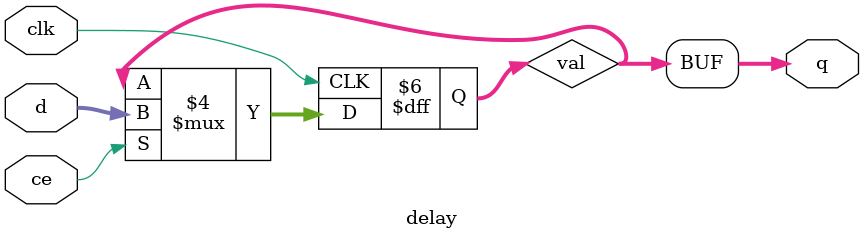
<source format=v>
`timescale 1ns / 1ps


module delay (
    input clk,
    input ce,
    input [8:0] d, //input data
    output [8:0] q  // output data
);
reg [8:0] val = 0;  // Register to store the delayed data (initialized to 0)
always @ (posedge clk)
begin
    if(ce)   // Check if ce is active (high)
        begin
        val = d;  // Update the register with the input data (d)
        end
    else val <= val;  // Otherwise, keep the register value unchanged
end
assign q = val;  // Assign the register value (delayed data) to the output (q)
endmodule

</source>
